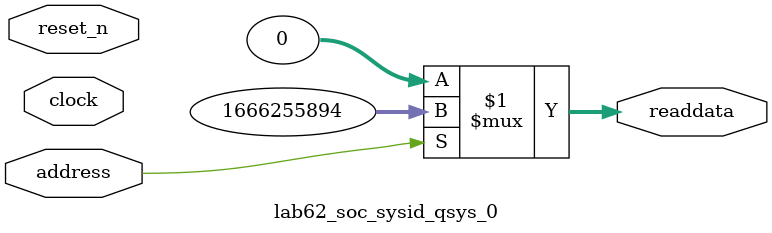
<source format=v>



// synthesis translate_off
`timescale 1ns / 1ps
// synthesis translate_on

// turn off superfluous verilog processor warnings 
// altera message_level Level1 
// altera message_off 10034 10035 10036 10037 10230 10240 10030 

module lab62_soc_sysid_qsys_0 (
               // inputs:
                address,
                clock,
                reset_n,

               // outputs:
                readdata
             )
;

  output  [ 31: 0] readdata;
  input            address;
  input            clock;
  input            reset_n;

  wire    [ 31: 0] readdata;
  //control_slave, which is an e_avalon_slave
  assign readdata = address ? 1666255894 : 0;

endmodule



</source>
